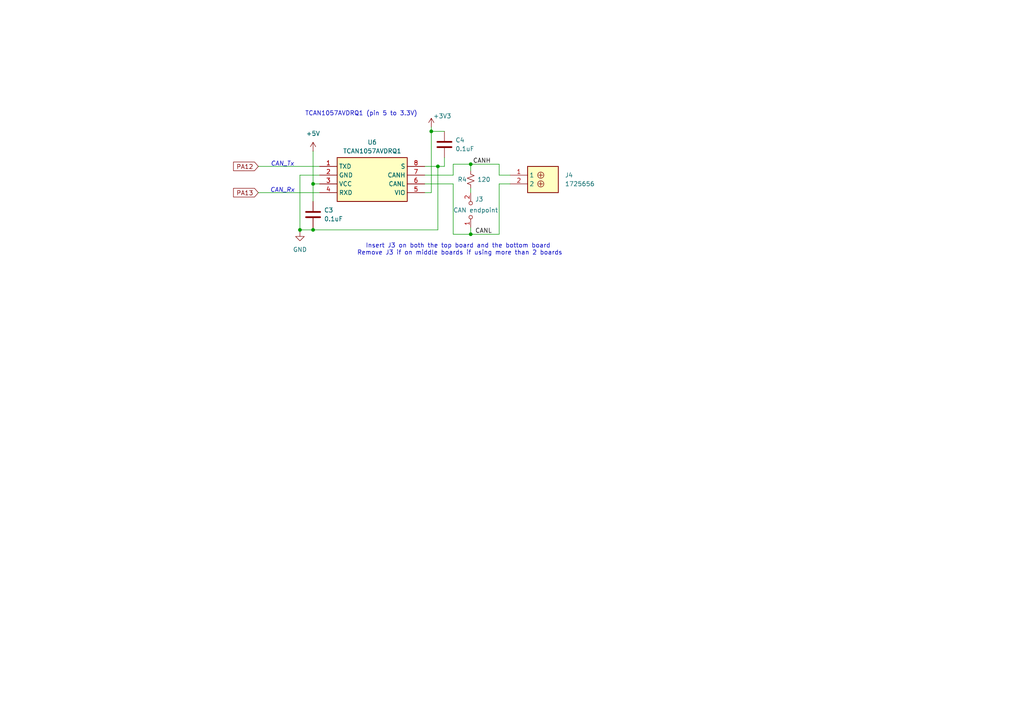
<source format=kicad_sch>
(kicad_sch (version 20250114) (generator "eeschema") (generator_version "9.0")
  (paper "A4")
  (title_block (title "ECE445M Motor Board") (date "2025-12-23") (rev "v7") (company "The University of Texas at Austin") (comment 1 "Jonathan Valvano"))
  (lib_symbols
    (symbol "ECE445L:1725656"
      (property "Reference" "J" (at 16.51 7.62 0))
      (property "Value" "1725656" (at 16.51 5.08 0))
      (symbol "1725656_0_1"
        (polyline (pts (xy 8.255 0) (xy 9.525 0)))
        (polyline (pts (xy 8.255 -2.54) (xy 9.525 -2.54)))
        (polyline (pts (xy 8.89 0.635) (xy 8.89 -0.635)))
        (circle (center 8.89 0) (radius 0.898))
        (polyline (pts (xy 8.89 -1.905) (xy 8.89 -3.175)))
        (circle (center 8.89 -2.54) (radius 0.898))
      )
      (symbol "1725656_1_1"
        (rectangle (start 5.08 2.54) (end 13.97 -5.08) (stroke (width 0.254)) (fill (type background)))
        (pin passive line (at 0 0 0) (length 5.08) (name "1") (number "1"))
        (pin passive line (at 0 -2.54 0) (length 5.08) (name "2") (number "2"))
      )
    )
    (symbol "ECE445L:C_603" (pin_numbers (hide yes)) (pin_names (offset 0.254))
      (property "Reference" "C" (at 0.635 2.54 0))
      (property "Value" "C_603" (at 0.635 -2.54 0))
      (symbol "C_603_0_1"
        (polyline (pts (xy -2.032 0.762) (xy 2.032 0.762)) (stroke (width 0.508)))
        (polyline (pts (xy -2.032 -0.762) (xy 2.032 -0.762)) (stroke (width 0.508)))
      )
      (symbol "C_603_1_1"
        (pin passive line (at 0 3.81 270) (length 2.794) (name "~") (number "1"))
        (pin passive line (at 0 -3.81 90) (length 2.794) (name "~") (number "2"))
      )
    )
    (symbol "ECE445L:Header_2" (pin_names (offset 0) (hide yes))
      (property "Reference" "J" (at 0 2.794 0))
      (property "Value" "Header2" (at 0 -2.286 0))
      (symbol "Header_2_0_0"
        (circle (center -2.032 0) (radius 0.508))
        (circle (center 2.032 0) (radius 0.508))
      )
      (symbol "Header_2_1_1"
        (pin passive line (at -5.08 0 0) (length 2.54) (name "A") (number "1"))
        (pin passive line (at 5.08 0 180) (length 2.54) (name "B") (number "2"))
      )
    )
    (symbol "ECE445L:R_0603" (pin_numbers (hide yes)) (pin_names (offset 0.254) (hide yes))
      (property "Reference" "R" (at 0.762 0.508 0))
      (property "Value" "R_0603" (at 0.762 -1.016 0))
      (symbol "R_0603_1_1"
        (polyline (pts (xy 0 1.524) (xy 1.016 1.143) (xy 0 0.762) (xy -1.016 0.381) (xy 0 0)))
        (polyline (pts (xy 0 0) (xy 1.016 -0.381) (xy 0 -0.762) (xy -1.016 -1.143) (xy 0 -1.524)))
        (pin passive line (at 0 2.54 270) (length 1.016) (name "~") (number "1"))
        (pin passive line (at 0 -2.54 90) (length 1.016) (name "~") (number "2"))
      )
    )
    (symbol "ECE445L:TCAN1057AVDRQ1"
      (property "Reference" "U" (at 26.67 7.62 0))
      (property "Value" "TCAN1057AVDRQ1" (at 26.67 5.08 0))
      (symbol "TCAN1057AVDRQ1_1_1"
        (rectangle (start 5.08 2.54) (end 25.4 -10.16) (stroke (width 0.254)) (fill (type background)))
        (pin passive line (at 0 0 0) (length 5.08) (name "TXD") (number "1"))
        (pin passive line (at 0 -2.54 0) (length 5.08) (name "GND") (number "2"))
        (pin passive line (at 0 -5.08 0) (length 5.08) (name "VCC") (number "3"))
        (pin passive line (at 0 -7.62 0) (length 5.08) (name "RXD") (number "4"))
        (pin passive line (at 30.48 0 180) (length 5.08) (name "S") (number "8"))
        (pin passive line (at 30.48 -2.54 180) (length 5.08) (name "CANH") (number "7"))
        (pin passive line (at 30.48 -5.08 180) (length 5.08) (name "CANL") (number "6"))
        (pin passive line (at 30.48 -7.62 180) (length 5.08) (name "VIO") (number "5"))
      )
    )
    (symbol "power:+3V3" (power) (pin_numbers (hide yes)) (pin_names (offset 0) (hide yes))
      (property "Value" "+3V3" (at 0 3.556 0))
      (symbol "+3V3_0_1"
        (polyline (pts (xy -0.762 1.27) (xy 0 2.54)))
        (polyline (pts (xy 0 2.54) (xy 0.762 1.27)))
        (polyline (pts (xy 0 0) (xy 0 2.54)))
      )
      (symbol "+3V3_1_1"
        (pin power_in line (at 0 0 90) (length 0) (name "~") (number "1"))
      )
    )
    (symbol "power:+5V" (power) (pin_numbers (hide yes)) (pin_names (offset 0) (hide yes))
      (property "Value" "+5V" (at 0 3.556 0))
      (symbol "+5V_0_1"
        (polyline (pts (xy -0.762 1.27) (xy 0 2.54)))
        (polyline (pts (xy 0 2.54) (xy 0.762 1.27)))
        (polyline (pts (xy 0 0) (xy 0 2.54)))
      )
      (symbol "+5V_1_1"
        (pin power_in line (at 0 0 90) (length 0) (name "~") (number "1"))
      )
    )
    (symbol "power:GND" (power) (pin_numbers (hide yes)) (pin_names (offset 0) (hide yes))
      (property "Value" "GND" (at 0 -3.81 0))
      (symbol "GND_0_1"
        (polyline (pts (xy 0 0) (xy 0 -1.27) (xy 1.27 -1.27) (xy 0 -2.54) (xy -1.27 -1.27) (xy 0 -1.27)))
      )
      (symbol "GND_1_1"
        (pin power_in line (at 0 0 270) (length 0) (name "~") (number "1"))
      )
    )
  )
  (text "Insert J3 on both the top board and the bottom board \nRemove J3 if on middle boards if using more than 2 boards" (at 133.35 72.39 0) (effects (font (size 1.27 1.27))))
  (text "CAN_Tx" (at 81.915 47.625 0) (effects (font (size 1.27 1.27) (italic yes))))
  (text "TCAN1057AVDRQ1 (pin 5 to 3.3V)" (at 104.775 33.02 0) (effects (font (size 1.27 1.27))))
  (text "CAN_Rx" (at 81.915 55.245 0) (effects (font (size 1.27 1.27) (italic yes))))
  (junction (at 127 48.26))
  (junction (at 90.805 66.675))
  (junction (at 125.095 38.1))
  (junction (at 90.805 53.34))
  (junction (at 86.995 66.675))
  (junction (at 136.525 47.625))
  (junction (at 136.525 67.945))
  (wire (pts (xy 128.905 48.26) (xy 127 48.26)))
  (wire (pts (xy 123.19 53.34) (xy 131.445 53.34)))
  (wire (pts (xy 128.905 45.72) (xy 128.905 48.26)))
  (wire (pts (xy 136.525 47.625) (xy 144.78 47.625)))
  (wire (pts (xy 90.805 43.815) (xy 90.805 53.34)))
  (wire (pts (xy 92.71 53.34) (xy 90.805 53.34)))
  (wire (pts (xy 136.525 66.04) (xy 136.525 67.945)))
  (wire (pts (xy 125.095 55.88) (xy 125.095 38.1)))
  (wire (pts (xy 86.995 50.8) (xy 86.995 66.675)))
  (wire (pts (xy 74.93 55.88) (xy 92.71 55.88)))
  (wire (pts (xy 123.19 50.8) (xy 131.445 50.8)))
  (wire (pts (xy 131.445 53.34) (xy 131.445 67.945)))
  (wire (pts (xy 144.78 47.625) (xy 144.78 50.8)))
  (wire (pts (xy 127 48.26) (xy 127 66.675)))
  (wire (pts (xy 131.445 50.8) (xy 131.445 47.625)))
  (wire (pts (xy 123.19 48.26) (xy 127 48.26)))
  (wire (pts (xy 90.805 66.04) (xy 90.805 66.675)))
  (wire (pts (xy 131.445 47.625) (xy 136.525 47.625)))
  (wire (pts (xy 74.93 48.26) (xy 92.71 48.26)))
  (wire (pts (xy 123.19 55.88) (xy 125.095 55.88)))
  (wire (pts (xy 136.525 54.61) (xy 136.525 55.88)))
  (wire (pts (xy 86.995 66.675) (xy 86.995 67.31)))
  (wire (pts (xy 125.095 38.1) (xy 128.905 38.1)))
  (wire (pts (xy 131.445 67.945) (xy 136.525 67.945)))
  (wire (pts (xy 144.78 53.34) (xy 147.955 53.34)))
  (wire (pts (xy 136.525 47.625) (xy 136.525 49.53)))
  (wire (pts (xy 90.805 53.34) (xy 90.805 58.42)))
  (wire (pts (xy 144.78 50.8) (xy 147.955 50.8)))
  (wire (pts (xy 92.71 50.8) (xy 86.995 50.8)))
  (wire (pts (xy 127 66.675) (xy 90.805 66.675)))
  (wire (pts (xy 144.78 67.945) (xy 144.78 53.34)))
  (wire (pts (xy 125.095 38.1) (xy 125.095 36.83)))
  (wire (pts (xy 136.525 67.945) (xy 144.78 67.945)))
  (wire (pts (xy 90.805 66.675) (xy 86.995 66.675)))
  (label "CANL" (at 137.795 67.945 0))
  (label "CANH" (at 137.16 47.625 0))
  (global_label "PA12" (shape input) (at 74.93 48.26 180) (property "Intersheetrefs" "${INTERSHEET_REFS}" (effects (hide yes))))
  (global_label "PA13" (shape input) (at 74.93 55.88 180) (property "Intersheetrefs" "${INTERSHEET_REFS}" (effects (hide yes))))
  (symbol (lib_id "ECE445L:C_603") (at 90.805 62.23 0) (unit 1)
    (property "Reference" "C3" (at 93.98 60.9599 0) (effects (justify left)))
    (property "Value" "0.1uF" (at 93.98 63.4999 0) (effects (justify left)))
    (property "Footprint" "ECE445L:C_0603_1608Metric" (effects (hide yes)))
    (property "Description" "Unpolarized capacitor" (effects (hide yes)))
    (property "LCSC" "C5186689" (effects (hide yes)))
  )
  (symbol (lib_id "power:+5V") (at 90.805 43.815 0) (unit 1)
    (property "Reference" "#PWR015" (effects (hide yes)))
    (property "Value" "+5V" (at 90.805 38.735 0))
  )
  (symbol (lib_id "ECE445L:1725656") (at 147.955 50.8 0) (unit 1)
    (property "Reference" "J4" (at 163.83 50.7999 0) (effects (justify left)))
    (property "Value" "1725656" (at 163.83 53.3399 0) (effects (justify left)))
    (property "Footprint" "ECE445L:1725656" (effects (hide yes)))
    (property "Datasheet" "https://componentsearchengine.com//1725656.pdf" (effects (hide yes)))
    (property "Description" "PCB terminal block, nominal current: 6 A, rated voltage (III/2): 160 V, nominal cross section: 0.5 mm?, Number of potentials: 2, Number of rows: 1, Number of positions per row: 2, product range: MPT 0,5, pitch: 2.54 mm, connection method: Screw connection with tension sleeve, mounting: Wave soldering, conductor/PCB connection direction: 0 ?, color: green, Pin layout: Linear pinning, Solder pin [P]: 3.5 mm, type of packaging: packed in cardboard" (effects (hide yes)))
    (property "Height" "8.65" (effects (hide yes)))
    (property "Mouser Part Number" "651-1725656" (effects (hide yes)))
    (property "Mouser Price/Stock" "https://www.mouser.com/Search/Refine.aspx?Keyword=651-1725656" (effects (hide yes)))
    (property "Manufacturer_Name" "Phoenix Contact" (effects (hide yes)))
    (property "Manufacturer_Part_Number" "1725656" (effects (hide yes)))
  )
  (symbol (lib_id "power:+3V3") (at 125.095 36.83 0) (unit 1)
    (property "Reference" "#PWR033" (effects (hide yes)))
    (property "Value" "+3V3" (at 128.27 33.655 0))
  )
  (symbol (lib_id "ECE445L:C_603") (at 128.905 41.91 0) (unit 1)
    (property "Reference" "C4" (at 132.08 40.6399 0) (effects (justify left)))
    (property "Value" "0.1uF" (at 132.08 43.1799 0) (effects (justify left)))
    (property "Footprint" "ECE445L:C_0603_1608Metric" (effects (hide yes)))
    (property "Description" "Unpolarized capacitor" (effects (hide yes)))
    (property "LCSC" "C5186689" (effects (hide yes)))
  )
  (symbol (lib_id "ECE445L:Header_2") (at 136.525 60.96 90) (unit 1)
    (property "Reference" "J3" (at 137.795 57.785 90) (effects (justify right)))
    (property "Value" "CAN endpoint" (at 131.445 60.96 90) (effects (justify right)))
    (property "Footprint" "ECE445L:PinHeader_1x02_P2.54mm_Vertical" (effects (hide yes)))
    (property "Description" "Header, 2-pole" (effects (hide yes)))
  )
  (symbol (lib_id "ECE445L:TCAN1057AVDRQ1") (at 92.71 48.26 0) (unit 1)
    (property "Reference" "U6" (at 107.95 41.275 0))
    (property "Value" "TCAN1057AVDRQ1" (at 107.95 43.815 0))
    (property "Footprint" "ECE445L:SOIC127P600X175-8N" (effects (hide yes)))
    (property "Datasheet" "https://pdf1.alldatasheet.com/datasheet-pdf/view/1287247/TI/TCAN1057AV-Q1.html" (effects (hide yes)))
    (property "Description" "TCAN1057A-Q1 And TCAN1057AV-Q1 Automotive Fault-Protected CAN FD Transceiver" (effects (hide yes)))
    (property "Height" "1.75" (effects (hide yes)))
    (property "Mouser Part Number" "595-TCAN1057AVDRQ1" (effects (hide yes)))
    (property "Mouser Price/Stock" "https://www.mouser.co.uk/ProductDetail/Texas-Instruments/TCAN1057AVDRQ1?qs=Rp5uXu7WBW8Rm%2Fa7xw2cKg%3D%3D" (effects (hide yes)))
    (property "Manufacturer_Name" "Texas Instruments" (effects (hide yes)))
    (property "Manufacturer_Part_Number" "TCAN1057AVDRQ1" (effects (hide yes)))
  )
  (symbol (lib_id "power:GND") (at 86.995 67.31 0) (unit 1)
    (property "Reference" "#PWR014" (effects (hide yes)))
    (property "Value" "GND" (at 86.995 72.39 0))
  )
  (symbol (lib_id "ECE445L:R_0603") (at 136.525 52.07 0) (unit 1)
    (property "Reference" "R4" (at 132.715 52.07 0) (effects (justify left)))
    (property "Value" "120" (at 138.43 52.07 0) (effects (justify left)))
    (property "Footprint" "ECE445L:R_0603_1608Metric" (effects (hide yes)))
    (property "Datasheet" "https://users.ece.utexas.edu/~valvano/mspm0/CarbonFilmresistors.pdf" (effects (hide yes)))
    (property "Description" "Resistor, SM" (effects (hide yes)))
    (property "LCSC" "C340542" (effects (hide yes)))
  )
)
</source>
